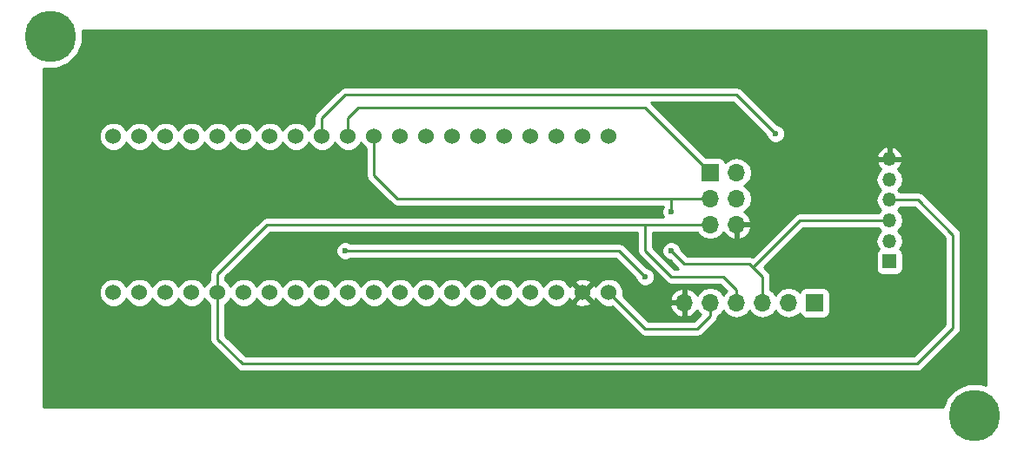
<source format=gbl>
G04 #@! TF.FileFunction,Copper,L2,Bot,Signal*
%FSLAX46Y46*%
G04 Gerber Fmt 4.6, Leading zero omitted, Abs format (unit mm)*
G04 Created by KiCad (PCBNEW 4.0.7-e1-6374~58~ubuntu16.04.1) date Mon Aug  7 21:59:43 2017*
%MOMM*%
%LPD*%
G01*
G04 APERTURE LIST*
%ADD10C,0.100000*%
%ADD11C,5.000000*%
%ADD12R,1.700000X1.700000*%
%ADD13O,1.700000X1.700000*%
%ADD14C,1.524000*%
%ADD15R,1.350000X1.350000*%
%ADD16O,1.350000X1.350000*%
%ADD17C,0.600000*%
%ADD18C,0.250000*%
%ADD19C,0.254000*%
G04 APERTURE END LIST*
D10*
D11*
X251750000Y-136750000D03*
D12*
X226060000Y-113030000D03*
D13*
X228600000Y-113030000D03*
X226060000Y-115570000D03*
X228600000Y-115570000D03*
X226060000Y-118110000D03*
X228600000Y-118110000D03*
D14*
X167915001Y-124735001D03*
X170455001Y-124735001D03*
X172995001Y-124735001D03*
X175535001Y-124735001D03*
X178075001Y-124735001D03*
X180615001Y-124735001D03*
X183155001Y-124735001D03*
X185695001Y-124735001D03*
X188235001Y-124735001D03*
X190775001Y-124735001D03*
X193315001Y-124735001D03*
X195855001Y-124735001D03*
X198395001Y-124735001D03*
X200935001Y-124735001D03*
X203475001Y-124735001D03*
X206015001Y-124735001D03*
X208555001Y-124735001D03*
X211095001Y-124735001D03*
X213635001Y-124735001D03*
X216175001Y-124735001D03*
X216175001Y-109495001D03*
X213635001Y-109495001D03*
X211095001Y-109495001D03*
X208555001Y-109495001D03*
X206015001Y-109495001D03*
X203475001Y-109495001D03*
X200935001Y-109495001D03*
X198395001Y-109495001D03*
X195855001Y-109495001D03*
X193315001Y-109495001D03*
X190775001Y-109495001D03*
X188235001Y-109495001D03*
X185695001Y-109495001D03*
X183155001Y-109495001D03*
X180615001Y-109495001D03*
X178075001Y-109495001D03*
X175535001Y-109495001D03*
X172995001Y-109495001D03*
X170455001Y-109495001D03*
X167915001Y-109495001D03*
D12*
X236220000Y-125730000D03*
D13*
X233680000Y-125730000D03*
X231140000Y-125730000D03*
X228600000Y-125730000D03*
X226060000Y-125730000D03*
X223520000Y-125730000D03*
D15*
X243500000Y-121700000D03*
D16*
X243500000Y-119700000D03*
X243500000Y-117700000D03*
X243500000Y-115700000D03*
X243500000Y-113700000D03*
X243500000Y-111700000D03*
D11*
X161750000Y-99750000D03*
D17*
X190500000Y-120650000D03*
X219710000Y-123190000D03*
X222250000Y-116840000D03*
X222250000Y-120650000D03*
X232410000Y-109220000D03*
D18*
X226060000Y-125730000D02*
X226060000Y-127000000D01*
X219710000Y-128270000D02*
X216175001Y-124735001D01*
X224790000Y-128270000D02*
X219710000Y-128270000D01*
X226060000Y-127000000D02*
X224790000Y-128270000D01*
X217170000Y-120650000D02*
X190500000Y-120650000D01*
X219710000Y-123190000D02*
X217170000Y-120650000D01*
X190775001Y-109495001D02*
X190775001Y-107674999D01*
X219710000Y-106680000D02*
X226060000Y-113030000D01*
X191770000Y-106680000D02*
X219710000Y-106680000D01*
X190775001Y-107674999D02*
X191770000Y-106680000D01*
X230225000Y-122275000D02*
X234800000Y-117700000D01*
X234800000Y-117700000D02*
X243500000Y-117700000D01*
X231140000Y-125730000D02*
X231140000Y-123190000D01*
X222250000Y-116840000D02*
X222250000Y-115570000D01*
X223520000Y-121920000D02*
X222250000Y-120650000D01*
X229870000Y-121920000D02*
X223520000Y-121920000D01*
X231140000Y-123190000D02*
X230225000Y-122275000D01*
X230225000Y-122275000D02*
X229870000Y-121920000D01*
X193315001Y-109495001D02*
X193315001Y-113305001D01*
X195580000Y-115570000D02*
X218440000Y-115570000D01*
X218440000Y-115570000D02*
X222250000Y-115570000D01*
X222250000Y-115570000D02*
X226060000Y-115570000D01*
X193315001Y-113305001D02*
X195580000Y-115570000D01*
X228600000Y-105410000D02*
X232410000Y-109220000D01*
X190500000Y-105410000D02*
X228600000Y-105410000D01*
X188235001Y-107674999D02*
X190500000Y-105410000D01*
X188235001Y-109495001D02*
X188235001Y-107674999D01*
X178075001Y-124735001D02*
X178075001Y-129275001D01*
X246300000Y-115700000D02*
X243500000Y-115700000D01*
X249700000Y-119100000D02*
X246300000Y-115700000D01*
X249700000Y-128200000D02*
X249700000Y-119100000D01*
X246200000Y-131700000D02*
X249700000Y-128200000D01*
X180500000Y-131700000D02*
X246200000Y-131700000D01*
X178075001Y-129275001D02*
X180500000Y-131700000D01*
X228600000Y-125730000D02*
X228600000Y-124460000D01*
X219710000Y-120650000D02*
X219710000Y-118110000D01*
X222250000Y-123190000D02*
X219710000Y-120650000D01*
X227330000Y-123190000D02*
X222250000Y-123190000D01*
X228600000Y-124460000D02*
X227330000Y-123190000D01*
X178075001Y-124735001D02*
X178075001Y-122914999D01*
X182880000Y-118110000D02*
X214630000Y-118110000D01*
X214630000Y-118110000D02*
X219710000Y-118110000D01*
X219710000Y-118110000D02*
X226060000Y-118110000D01*
X178075001Y-122914999D02*
X182880000Y-118110000D01*
D19*
G36*
X252873000Y-133821783D02*
X252376326Y-133615546D01*
X251129146Y-133614457D01*
X249976485Y-134090727D01*
X249093826Y-134971847D01*
X248719635Y-135873000D01*
X161127000Y-135873000D01*
X161127000Y-109771662D01*
X166517759Y-109771662D01*
X166729991Y-110285304D01*
X167122631Y-110678630D01*
X167635901Y-110891758D01*
X168191662Y-110892243D01*
X168705304Y-110680011D01*
X169098630Y-110287371D01*
X169184950Y-110079489D01*
X169269991Y-110285304D01*
X169662631Y-110678630D01*
X170175901Y-110891758D01*
X170731662Y-110892243D01*
X171245304Y-110680011D01*
X171638630Y-110287371D01*
X171724950Y-110079489D01*
X171809991Y-110285304D01*
X172202631Y-110678630D01*
X172715901Y-110891758D01*
X173271662Y-110892243D01*
X173785304Y-110680011D01*
X174178630Y-110287371D01*
X174264950Y-110079489D01*
X174349991Y-110285304D01*
X174742631Y-110678630D01*
X175255901Y-110891758D01*
X175811662Y-110892243D01*
X176325304Y-110680011D01*
X176718630Y-110287371D01*
X176804950Y-110079489D01*
X176889991Y-110285304D01*
X177282631Y-110678630D01*
X177795901Y-110891758D01*
X178351662Y-110892243D01*
X178865304Y-110680011D01*
X179258630Y-110287371D01*
X179344950Y-110079489D01*
X179429991Y-110285304D01*
X179822631Y-110678630D01*
X180335901Y-110891758D01*
X180891662Y-110892243D01*
X181405304Y-110680011D01*
X181798630Y-110287371D01*
X181884950Y-110079489D01*
X181969991Y-110285304D01*
X182362631Y-110678630D01*
X182875901Y-110891758D01*
X183431662Y-110892243D01*
X183945304Y-110680011D01*
X184338630Y-110287371D01*
X184424950Y-110079489D01*
X184509991Y-110285304D01*
X184902631Y-110678630D01*
X185415901Y-110891758D01*
X185971662Y-110892243D01*
X186485304Y-110680011D01*
X186878630Y-110287371D01*
X186964950Y-110079489D01*
X187049991Y-110285304D01*
X187442631Y-110678630D01*
X187955901Y-110891758D01*
X188511662Y-110892243D01*
X189025304Y-110680011D01*
X189418630Y-110287371D01*
X189504950Y-110079489D01*
X189589991Y-110285304D01*
X189982631Y-110678630D01*
X190495901Y-110891758D01*
X191051662Y-110892243D01*
X191565304Y-110680011D01*
X191958630Y-110287371D01*
X192044950Y-110079489D01*
X192129991Y-110285304D01*
X192522631Y-110678630D01*
X192555001Y-110692071D01*
X192555001Y-113305001D01*
X192612853Y-113595840D01*
X192777600Y-113842402D01*
X195042599Y-116107401D01*
X195289160Y-116272148D01*
X195580000Y-116330000D01*
X221449367Y-116330000D01*
X221315162Y-116653201D01*
X221314838Y-117025167D01*
X221449056Y-117350000D01*
X182880000Y-117350000D01*
X182589161Y-117407852D01*
X182342599Y-117572599D01*
X177537600Y-122377598D01*
X177372853Y-122624160D01*
X177315001Y-122914999D01*
X177315001Y-123537470D01*
X177284698Y-123549991D01*
X176891372Y-123942631D01*
X176805052Y-124150513D01*
X176720011Y-123944698D01*
X176327371Y-123551372D01*
X175814101Y-123338244D01*
X175258340Y-123337759D01*
X174744698Y-123549991D01*
X174351372Y-123942631D01*
X174265052Y-124150513D01*
X174180011Y-123944698D01*
X173787371Y-123551372D01*
X173274101Y-123338244D01*
X172718340Y-123337759D01*
X172204698Y-123549991D01*
X171811372Y-123942631D01*
X171725052Y-124150513D01*
X171640011Y-123944698D01*
X171247371Y-123551372D01*
X170734101Y-123338244D01*
X170178340Y-123337759D01*
X169664698Y-123549991D01*
X169271372Y-123942631D01*
X169185052Y-124150513D01*
X169100011Y-123944698D01*
X168707371Y-123551372D01*
X168194101Y-123338244D01*
X167638340Y-123337759D01*
X167124698Y-123549991D01*
X166731372Y-123942631D01*
X166518244Y-124455901D01*
X166517759Y-125011662D01*
X166729991Y-125525304D01*
X167122631Y-125918630D01*
X167635901Y-126131758D01*
X168191662Y-126132243D01*
X168705304Y-125920011D01*
X169098630Y-125527371D01*
X169184950Y-125319489D01*
X169269991Y-125525304D01*
X169662631Y-125918630D01*
X170175901Y-126131758D01*
X170731662Y-126132243D01*
X171245304Y-125920011D01*
X171638630Y-125527371D01*
X171724950Y-125319489D01*
X171809991Y-125525304D01*
X172202631Y-125918630D01*
X172715901Y-126131758D01*
X173271662Y-126132243D01*
X173785304Y-125920011D01*
X174178630Y-125527371D01*
X174264950Y-125319489D01*
X174349991Y-125525304D01*
X174742631Y-125918630D01*
X175255901Y-126131758D01*
X175811662Y-126132243D01*
X176325304Y-125920011D01*
X176718630Y-125527371D01*
X176804950Y-125319489D01*
X176889991Y-125525304D01*
X177282631Y-125918630D01*
X177315001Y-125932071D01*
X177315001Y-129275001D01*
X177372853Y-129565840D01*
X177537600Y-129812402D01*
X179962599Y-132237401D01*
X180209160Y-132402148D01*
X180257414Y-132411746D01*
X180500000Y-132460000D01*
X246200000Y-132460000D01*
X246490839Y-132402148D01*
X246737401Y-132237401D01*
X250237401Y-128737401D01*
X250402148Y-128490840D01*
X250411746Y-128442586D01*
X250460000Y-128200000D01*
X250460000Y-119100000D01*
X250402148Y-118809161D01*
X250237401Y-118562599D01*
X246837401Y-115162599D01*
X246590839Y-114997852D01*
X246300000Y-114940000D01*
X244563099Y-114940000D01*
X244451974Y-114773690D01*
X244341689Y-114700000D01*
X244451974Y-114626310D01*
X244735946Y-114201315D01*
X244835664Y-113700000D01*
X244735946Y-113198685D01*
X244451974Y-112773690D01*
X244334314Y-112695072D01*
X244629478Y-112363633D01*
X244767910Y-112029400D01*
X244644224Y-111827000D01*
X243627000Y-111827000D01*
X243627000Y-111847000D01*
X243373000Y-111847000D01*
X243373000Y-111827000D01*
X242355776Y-111827000D01*
X242232090Y-112029400D01*
X242370522Y-112363633D01*
X242665686Y-112695072D01*
X242548026Y-112773690D01*
X242264054Y-113198685D01*
X242164336Y-113700000D01*
X242264054Y-114201315D01*
X242548026Y-114626310D01*
X242658311Y-114700000D01*
X242548026Y-114773690D01*
X242264054Y-115198685D01*
X242164336Y-115700000D01*
X242264054Y-116201315D01*
X242548026Y-116626310D01*
X242658311Y-116700000D01*
X242548026Y-116773690D01*
X242436901Y-116940000D01*
X234800000Y-116940000D01*
X234509161Y-116997852D01*
X234262599Y-117162599D01*
X230188718Y-121236480D01*
X230160839Y-121217852D01*
X229870000Y-121160000D01*
X223834802Y-121160000D01*
X223185122Y-120510320D01*
X223185162Y-120464833D01*
X223043117Y-120121057D01*
X222780327Y-119857808D01*
X222436799Y-119715162D01*
X222064833Y-119714838D01*
X221721057Y-119856883D01*
X221457808Y-120119673D01*
X221315162Y-120463201D01*
X221314838Y-120835167D01*
X221456883Y-121178943D01*
X221719673Y-121442192D01*
X222063201Y-121584838D01*
X222110077Y-121584879D01*
X222955198Y-122430000D01*
X222564802Y-122430000D01*
X220470000Y-120335198D01*
X220470000Y-118870000D01*
X224787046Y-118870000D01*
X224980853Y-119160054D01*
X225462622Y-119481961D01*
X226030907Y-119595000D01*
X226089093Y-119595000D01*
X226657378Y-119481961D01*
X227139147Y-119160054D01*
X227328345Y-118876899D01*
X227328355Y-118876924D01*
X227718642Y-119305183D01*
X228243108Y-119551486D01*
X228473000Y-119430819D01*
X228473000Y-118237000D01*
X228727000Y-118237000D01*
X228727000Y-119430819D01*
X228956892Y-119551486D01*
X229481358Y-119305183D01*
X229871645Y-118876924D01*
X230041476Y-118466890D01*
X229920155Y-118237000D01*
X228727000Y-118237000D01*
X228473000Y-118237000D01*
X228453000Y-118237000D01*
X228453000Y-117983000D01*
X228473000Y-117983000D01*
X228473000Y-117963000D01*
X228727000Y-117963000D01*
X228727000Y-117983000D01*
X229920155Y-117983000D01*
X230041476Y-117753110D01*
X229871645Y-117343076D01*
X229481358Y-116914817D01*
X229338447Y-116847702D01*
X229679147Y-116620054D01*
X230001054Y-116138285D01*
X230114093Y-115570000D01*
X230001054Y-115001715D01*
X229679147Y-114519946D01*
X229349974Y-114300000D01*
X229679147Y-114080054D01*
X230001054Y-113598285D01*
X230114093Y-113030000D01*
X230001054Y-112461715D01*
X229679147Y-111979946D01*
X229197378Y-111658039D01*
X228629093Y-111545000D01*
X228570907Y-111545000D01*
X228002622Y-111658039D01*
X227520853Y-111979946D01*
X227520029Y-111981179D01*
X227513162Y-111944683D01*
X227374090Y-111728559D01*
X227161890Y-111583569D01*
X226910000Y-111532560D01*
X225637362Y-111532560D01*
X225475402Y-111370600D01*
X242232090Y-111370600D01*
X242355776Y-111573000D01*
X243373000Y-111573000D01*
X243373000Y-110554910D01*
X243627000Y-110554910D01*
X243627000Y-111573000D01*
X244644224Y-111573000D01*
X244767910Y-111370600D01*
X244629478Y-111036367D01*
X244289540Y-110654651D01*
X243829402Y-110432080D01*
X243627000Y-110554910D01*
X243373000Y-110554910D01*
X243170598Y-110432080D01*
X242710460Y-110654651D01*
X242370522Y-111036367D01*
X242232090Y-111370600D01*
X225475402Y-111370600D01*
X220274802Y-106170000D01*
X228285198Y-106170000D01*
X231474878Y-109359680D01*
X231474838Y-109405167D01*
X231616883Y-109748943D01*
X231879673Y-110012192D01*
X232223201Y-110154838D01*
X232595167Y-110155162D01*
X232938943Y-110013117D01*
X233202192Y-109750327D01*
X233344838Y-109406799D01*
X233345162Y-109034833D01*
X233203117Y-108691057D01*
X232940327Y-108427808D01*
X232596799Y-108285162D01*
X232549923Y-108285121D01*
X229137401Y-104872599D01*
X228890839Y-104707852D01*
X228600000Y-104650000D01*
X190500000Y-104650000D01*
X190209160Y-104707852D01*
X189962599Y-104872599D01*
X187697600Y-107137598D01*
X187532853Y-107384160D01*
X187475001Y-107674999D01*
X187475001Y-108297470D01*
X187444698Y-108309991D01*
X187051372Y-108702631D01*
X186965052Y-108910513D01*
X186880011Y-108704698D01*
X186487371Y-108311372D01*
X185974101Y-108098244D01*
X185418340Y-108097759D01*
X184904698Y-108309991D01*
X184511372Y-108702631D01*
X184425052Y-108910513D01*
X184340011Y-108704698D01*
X183947371Y-108311372D01*
X183434101Y-108098244D01*
X182878340Y-108097759D01*
X182364698Y-108309991D01*
X181971372Y-108702631D01*
X181885052Y-108910513D01*
X181800011Y-108704698D01*
X181407371Y-108311372D01*
X180894101Y-108098244D01*
X180338340Y-108097759D01*
X179824698Y-108309991D01*
X179431372Y-108702631D01*
X179345052Y-108910513D01*
X179260011Y-108704698D01*
X178867371Y-108311372D01*
X178354101Y-108098244D01*
X177798340Y-108097759D01*
X177284698Y-108309991D01*
X176891372Y-108702631D01*
X176805052Y-108910513D01*
X176720011Y-108704698D01*
X176327371Y-108311372D01*
X175814101Y-108098244D01*
X175258340Y-108097759D01*
X174744698Y-108309991D01*
X174351372Y-108702631D01*
X174265052Y-108910513D01*
X174180011Y-108704698D01*
X173787371Y-108311372D01*
X173274101Y-108098244D01*
X172718340Y-108097759D01*
X172204698Y-108309991D01*
X171811372Y-108702631D01*
X171725052Y-108910513D01*
X171640011Y-108704698D01*
X171247371Y-108311372D01*
X170734101Y-108098244D01*
X170178340Y-108097759D01*
X169664698Y-108309991D01*
X169271372Y-108702631D01*
X169185052Y-108910513D01*
X169100011Y-108704698D01*
X168707371Y-108311372D01*
X168194101Y-108098244D01*
X167638340Y-108097759D01*
X167124698Y-108309991D01*
X166731372Y-108702631D01*
X166518244Y-109215901D01*
X166517759Y-109771662D01*
X161127000Y-109771662D01*
X161127000Y-102884457D01*
X162370854Y-102885543D01*
X163523515Y-102409273D01*
X164406174Y-101528153D01*
X164884454Y-100376326D01*
X164885543Y-99129146D01*
X164884656Y-99127000D01*
X252873000Y-99127000D01*
X252873000Y-133821783D01*
X252873000Y-133821783D01*
G37*
X252873000Y-133821783D02*
X252376326Y-133615546D01*
X251129146Y-133614457D01*
X249976485Y-134090727D01*
X249093826Y-134971847D01*
X248719635Y-135873000D01*
X161127000Y-135873000D01*
X161127000Y-109771662D01*
X166517759Y-109771662D01*
X166729991Y-110285304D01*
X167122631Y-110678630D01*
X167635901Y-110891758D01*
X168191662Y-110892243D01*
X168705304Y-110680011D01*
X169098630Y-110287371D01*
X169184950Y-110079489D01*
X169269991Y-110285304D01*
X169662631Y-110678630D01*
X170175901Y-110891758D01*
X170731662Y-110892243D01*
X171245304Y-110680011D01*
X171638630Y-110287371D01*
X171724950Y-110079489D01*
X171809991Y-110285304D01*
X172202631Y-110678630D01*
X172715901Y-110891758D01*
X173271662Y-110892243D01*
X173785304Y-110680011D01*
X174178630Y-110287371D01*
X174264950Y-110079489D01*
X174349991Y-110285304D01*
X174742631Y-110678630D01*
X175255901Y-110891758D01*
X175811662Y-110892243D01*
X176325304Y-110680011D01*
X176718630Y-110287371D01*
X176804950Y-110079489D01*
X176889991Y-110285304D01*
X177282631Y-110678630D01*
X177795901Y-110891758D01*
X178351662Y-110892243D01*
X178865304Y-110680011D01*
X179258630Y-110287371D01*
X179344950Y-110079489D01*
X179429991Y-110285304D01*
X179822631Y-110678630D01*
X180335901Y-110891758D01*
X180891662Y-110892243D01*
X181405304Y-110680011D01*
X181798630Y-110287371D01*
X181884950Y-110079489D01*
X181969991Y-110285304D01*
X182362631Y-110678630D01*
X182875901Y-110891758D01*
X183431662Y-110892243D01*
X183945304Y-110680011D01*
X184338630Y-110287371D01*
X184424950Y-110079489D01*
X184509991Y-110285304D01*
X184902631Y-110678630D01*
X185415901Y-110891758D01*
X185971662Y-110892243D01*
X186485304Y-110680011D01*
X186878630Y-110287371D01*
X186964950Y-110079489D01*
X187049991Y-110285304D01*
X187442631Y-110678630D01*
X187955901Y-110891758D01*
X188511662Y-110892243D01*
X189025304Y-110680011D01*
X189418630Y-110287371D01*
X189504950Y-110079489D01*
X189589991Y-110285304D01*
X189982631Y-110678630D01*
X190495901Y-110891758D01*
X191051662Y-110892243D01*
X191565304Y-110680011D01*
X191958630Y-110287371D01*
X192044950Y-110079489D01*
X192129991Y-110285304D01*
X192522631Y-110678630D01*
X192555001Y-110692071D01*
X192555001Y-113305001D01*
X192612853Y-113595840D01*
X192777600Y-113842402D01*
X195042599Y-116107401D01*
X195289160Y-116272148D01*
X195580000Y-116330000D01*
X221449367Y-116330000D01*
X221315162Y-116653201D01*
X221314838Y-117025167D01*
X221449056Y-117350000D01*
X182880000Y-117350000D01*
X182589161Y-117407852D01*
X182342599Y-117572599D01*
X177537600Y-122377598D01*
X177372853Y-122624160D01*
X177315001Y-122914999D01*
X177315001Y-123537470D01*
X177284698Y-123549991D01*
X176891372Y-123942631D01*
X176805052Y-124150513D01*
X176720011Y-123944698D01*
X176327371Y-123551372D01*
X175814101Y-123338244D01*
X175258340Y-123337759D01*
X174744698Y-123549991D01*
X174351372Y-123942631D01*
X174265052Y-124150513D01*
X174180011Y-123944698D01*
X173787371Y-123551372D01*
X173274101Y-123338244D01*
X172718340Y-123337759D01*
X172204698Y-123549991D01*
X171811372Y-123942631D01*
X171725052Y-124150513D01*
X171640011Y-123944698D01*
X171247371Y-123551372D01*
X170734101Y-123338244D01*
X170178340Y-123337759D01*
X169664698Y-123549991D01*
X169271372Y-123942631D01*
X169185052Y-124150513D01*
X169100011Y-123944698D01*
X168707371Y-123551372D01*
X168194101Y-123338244D01*
X167638340Y-123337759D01*
X167124698Y-123549991D01*
X166731372Y-123942631D01*
X166518244Y-124455901D01*
X166517759Y-125011662D01*
X166729991Y-125525304D01*
X167122631Y-125918630D01*
X167635901Y-126131758D01*
X168191662Y-126132243D01*
X168705304Y-125920011D01*
X169098630Y-125527371D01*
X169184950Y-125319489D01*
X169269991Y-125525304D01*
X169662631Y-125918630D01*
X170175901Y-126131758D01*
X170731662Y-126132243D01*
X171245304Y-125920011D01*
X171638630Y-125527371D01*
X171724950Y-125319489D01*
X171809991Y-125525304D01*
X172202631Y-125918630D01*
X172715901Y-126131758D01*
X173271662Y-126132243D01*
X173785304Y-125920011D01*
X174178630Y-125527371D01*
X174264950Y-125319489D01*
X174349991Y-125525304D01*
X174742631Y-125918630D01*
X175255901Y-126131758D01*
X175811662Y-126132243D01*
X176325304Y-125920011D01*
X176718630Y-125527371D01*
X176804950Y-125319489D01*
X176889991Y-125525304D01*
X177282631Y-125918630D01*
X177315001Y-125932071D01*
X177315001Y-129275001D01*
X177372853Y-129565840D01*
X177537600Y-129812402D01*
X179962599Y-132237401D01*
X180209160Y-132402148D01*
X180257414Y-132411746D01*
X180500000Y-132460000D01*
X246200000Y-132460000D01*
X246490839Y-132402148D01*
X246737401Y-132237401D01*
X250237401Y-128737401D01*
X250402148Y-128490840D01*
X250411746Y-128442586D01*
X250460000Y-128200000D01*
X250460000Y-119100000D01*
X250402148Y-118809161D01*
X250237401Y-118562599D01*
X246837401Y-115162599D01*
X246590839Y-114997852D01*
X246300000Y-114940000D01*
X244563099Y-114940000D01*
X244451974Y-114773690D01*
X244341689Y-114700000D01*
X244451974Y-114626310D01*
X244735946Y-114201315D01*
X244835664Y-113700000D01*
X244735946Y-113198685D01*
X244451974Y-112773690D01*
X244334314Y-112695072D01*
X244629478Y-112363633D01*
X244767910Y-112029400D01*
X244644224Y-111827000D01*
X243627000Y-111827000D01*
X243627000Y-111847000D01*
X243373000Y-111847000D01*
X243373000Y-111827000D01*
X242355776Y-111827000D01*
X242232090Y-112029400D01*
X242370522Y-112363633D01*
X242665686Y-112695072D01*
X242548026Y-112773690D01*
X242264054Y-113198685D01*
X242164336Y-113700000D01*
X242264054Y-114201315D01*
X242548026Y-114626310D01*
X242658311Y-114700000D01*
X242548026Y-114773690D01*
X242264054Y-115198685D01*
X242164336Y-115700000D01*
X242264054Y-116201315D01*
X242548026Y-116626310D01*
X242658311Y-116700000D01*
X242548026Y-116773690D01*
X242436901Y-116940000D01*
X234800000Y-116940000D01*
X234509161Y-116997852D01*
X234262599Y-117162599D01*
X230188718Y-121236480D01*
X230160839Y-121217852D01*
X229870000Y-121160000D01*
X223834802Y-121160000D01*
X223185122Y-120510320D01*
X223185162Y-120464833D01*
X223043117Y-120121057D01*
X222780327Y-119857808D01*
X222436799Y-119715162D01*
X222064833Y-119714838D01*
X221721057Y-119856883D01*
X221457808Y-120119673D01*
X221315162Y-120463201D01*
X221314838Y-120835167D01*
X221456883Y-121178943D01*
X221719673Y-121442192D01*
X222063201Y-121584838D01*
X222110077Y-121584879D01*
X222955198Y-122430000D01*
X222564802Y-122430000D01*
X220470000Y-120335198D01*
X220470000Y-118870000D01*
X224787046Y-118870000D01*
X224980853Y-119160054D01*
X225462622Y-119481961D01*
X226030907Y-119595000D01*
X226089093Y-119595000D01*
X226657378Y-119481961D01*
X227139147Y-119160054D01*
X227328345Y-118876899D01*
X227328355Y-118876924D01*
X227718642Y-119305183D01*
X228243108Y-119551486D01*
X228473000Y-119430819D01*
X228473000Y-118237000D01*
X228727000Y-118237000D01*
X228727000Y-119430819D01*
X228956892Y-119551486D01*
X229481358Y-119305183D01*
X229871645Y-118876924D01*
X230041476Y-118466890D01*
X229920155Y-118237000D01*
X228727000Y-118237000D01*
X228473000Y-118237000D01*
X228453000Y-118237000D01*
X228453000Y-117983000D01*
X228473000Y-117983000D01*
X228473000Y-117963000D01*
X228727000Y-117963000D01*
X228727000Y-117983000D01*
X229920155Y-117983000D01*
X230041476Y-117753110D01*
X229871645Y-117343076D01*
X229481358Y-116914817D01*
X229338447Y-116847702D01*
X229679147Y-116620054D01*
X230001054Y-116138285D01*
X230114093Y-115570000D01*
X230001054Y-115001715D01*
X229679147Y-114519946D01*
X229349974Y-114300000D01*
X229679147Y-114080054D01*
X230001054Y-113598285D01*
X230114093Y-113030000D01*
X230001054Y-112461715D01*
X229679147Y-111979946D01*
X229197378Y-111658039D01*
X228629093Y-111545000D01*
X228570907Y-111545000D01*
X228002622Y-111658039D01*
X227520853Y-111979946D01*
X227520029Y-111981179D01*
X227513162Y-111944683D01*
X227374090Y-111728559D01*
X227161890Y-111583569D01*
X226910000Y-111532560D01*
X225637362Y-111532560D01*
X225475402Y-111370600D01*
X242232090Y-111370600D01*
X242355776Y-111573000D01*
X243373000Y-111573000D01*
X243373000Y-110554910D01*
X243627000Y-110554910D01*
X243627000Y-111573000D01*
X244644224Y-111573000D01*
X244767910Y-111370600D01*
X244629478Y-111036367D01*
X244289540Y-110654651D01*
X243829402Y-110432080D01*
X243627000Y-110554910D01*
X243373000Y-110554910D01*
X243170598Y-110432080D01*
X242710460Y-110654651D01*
X242370522Y-111036367D01*
X242232090Y-111370600D01*
X225475402Y-111370600D01*
X220274802Y-106170000D01*
X228285198Y-106170000D01*
X231474878Y-109359680D01*
X231474838Y-109405167D01*
X231616883Y-109748943D01*
X231879673Y-110012192D01*
X232223201Y-110154838D01*
X232595167Y-110155162D01*
X232938943Y-110013117D01*
X233202192Y-109750327D01*
X233344838Y-109406799D01*
X233345162Y-109034833D01*
X233203117Y-108691057D01*
X232940327Y-108427808D01*
X232596799Y-108285162D01*
X232549923Y-108285121D01*
X229137401Y-104872599D01*
X228890839Y-104707852D01*
X228600000Y-104650000D01*
X190500000Y-104650000D01*
X190209160Y-104707852D01*
X189962599Y-104872599D01*
X187697600Y-107137598D01*
X187532853Y-107384160D01*
X187475001Y-107674999D01*
X187475001Y-108297470D01*
X187444698Y-108309991D01*
X187051372Y-108702631D01*
X186965052Y-108910513D01*
X186880011Y-108704698D01*
X186487371Y-108311372D01*
X185974101Y-108098244D01*
X185418340Y-108097759D01*
X184904698Y-108309991D01*
X184511372Y-108702631D01*
X184425052Y-108910513D01*
X184340011Y-108704698D01*
X183947371Y-108311372D01*
X183434101Y-108098244D01*
X182878340Y-108097759D01*
X182364698Y-108309991D01*
X181971372Y-108702631D01*
X181885052Y-108910513D01*
X181800011Y-108704698D01*
X181407371Y-108311372D01*
X180894101Y-108098244D01*
X180338340Y-108097759D01*
X179824698Y-108309991D01*
X179431372Y-108702631D01*
X179345052Y-108910513D01*
X179260011Y-108704698D01*
X178867371Y-108311372D01*
X178354101Y-108098244D01*
X177798340Y-108097759D01*
X177284698Y-108309991D01*
X176891372Y-108702631D01*
X176805052Y-108910513D01*
X176720011Y-108704698D01*
X176327371Y-108311372D01*
X175814101Y-108098244D01*
X175258340Y-108097759D01*
X174744698Y-108309991D01*
X174351372Y-108702631D01*
X174265052Y-108910513D01*
X174180011Y-108704698D01*
X173787371Y-108311372D01*
X173274101Y-108098244D01*
X172718340Y-108097759D01*
X172204698Y-108309991D01*
X171811372Y-108702631D01*
X171725052Y-108910513D01*
X171640011Y-108704698D01*
X171247371Y-108311372D01*
X170734101Y-108098244D01*
X170178340Y-108097759D01*
X169664698Y-108309991D01*
X169271372Y-108702631D01*
X169185052Y-108910513D01*
X169100011Y-108704698D01*
X168707371Y-108311372D01*
X168194101Y-108098244D01*
X167638340Y-108097759D01*
X167124698Y-108309991D01*
X166731372Y-108702631D01*
X166518244Y-109215901D01*
X166517759Y-109771662D01*
X161127000Y-109771662D01*
X161127000Y-102884457D01*
X162370854Y-102885543D01*
X163523515Y-102409273D01*
X164406174Y-101528153D01*
X164884454Y-100376326D01*
X164885543Y-99129146D01*
X164884656Y-99127000D01*
X252873000Y-99127000D01*
X252873000Y-133821783D01*
G36*
X248940000Y-119414802D02*
X248940000Y-127885198D01*
X245885198Y-130940000D01*
X180814802Y-130940000D01*
X178835001Y-128960199D01*
X178835001Y-125932532D01*
X178865304Y-125920011D01*
X179258630Y-125527371D01*
X179344950Y-125319489D01*
X179429991Y-125525304D01*
X179822631Y-125918630D01*
X180335901Y-126131758D01*
X180891662Y-126132243D01*
X181405304Y-125920011D01*
X181798630Y-125527371D01*
X181884950Y-125319489D01*
X181969991Y-125525304D01*
X182362631Y-125918630D01*
X182875901Y-126131758D01*
X183431662Y-126132243D01*
X183945304Y-125920011D01*
X184338630Y-125527371D01*
X184424950Y-125319489D01*
X184509991Y-125525304D01*
X184902631Y-125918630D01*
X185415901Y-126131758D01*
X185971662Y-126132243D01*
X186485304Y-125920011D01*
X186878630Y-125527371D01*
X186964950Y-125319489D01*
X187049991Y-125525304D01*
X187442631Y-125918630D01*
X187955901Y-126131758D01*
X188511662Y-126132243D01*
X189025304Y-125920011D01*
X189418630Y-125527371D01*
X189504950Y-125319489D01*
X189589991Y-125525304D01*
X189982631Y-125918630D01*
X190495901Y-126131758D01*
X191051662Y-126132243D01*
X191565304Y-125920011D01*
X191958630Y-125527371D01*
X192044950Y-125319489D01*
X192129991Y-125525304D01*
X192522631Y-125918630D01*
X193035901Y-126131758D01*
X193591662Y-126132243D01*
X194105304Y-125920011D01*
X194498630Y-125527371D01*
X194584950Y-125319489D01*
X194669991Y-125525304D01*
X195062631Y-125918630D01*
X195575901Y-126131758D01*
X196131662Y-126132243D01*
X196645304Y-125920011D01*
X197038630Y-125527371D01*
X197124950Y-125319489D01*
X197209991Y-125525304D01*
X197602631Y-125918630D01*
X198115901Y-126131758D01*
X198671662Y-126132243D01*
X199185304Y-125920011D01*
X199578630Y-125527371D01*
X199664950Y-125319489D01*
X199749991Y-125525304D01*
X200142631Y-125918630D01*
X200655901Y-126131758D01*
X201211662Y-126132243D01*
X201725304Y-125920011D01*
X202118630Y-125527371D01*
X202204950Y-125319489D01*
X202289991Y-125525304D01*
X202682631Y-125918630D01*
X203195901Y-126131758D01*
X203751662Y-126132243D01*
X204265304Y-125920011D01*
X204658630Y-125527371D01*
X204744950Y-125319489D01*
X204829991Y-125525304D01*
X205222631Y-125918630D01*
X205735901Y-126131758D01*
X206291662Y-126132243D01*
X206805304Y-125920011D01*
X207198630Y-125527371D01*
X207284950Y-125319489D01*
X207369991Y-125525304D01*
X207762631Y-125918630D01*
X208275901Y-126131758D01*
X208831662Y-126132243D01*
X209345304Y-125920011D01*
X209738630Y-125527371D01*
X209824950Y-125319489D01*
X209909991Y-125525304D01*
X210302631Y-125918630D01*
X210815901Y-126131758D01*
X211371662Y-126132243D01*
X211885304Y-125920011D01*
X212090458Y-125715214D01*
X212834393Y-125715214D01*
X212903858Y-125957398D01*
X213427303Y-126144145D01*
X213982369Y-126116363D01*
X214366144Y-125957398D01*
X214435609Y-125715214D01*
X213635001Y-124914606D01*
X212834393Y-125715214D01*
X212090458Y-125715214D01*
X212278630Y-125527371D01*
X212358396Y-125335274D01*
X212412604Y-125466144D01*
X212654788Y-125535609D01*
X213455396Y-124735001D01*
X212654788Y-123934393D01*
X212412604Y-124003858D01*
X212362492Y-124144319D01*
X212280011Y-123944698D01*
X212090433Y-123754788D01*
X212834393Y-123754788D01*
X213635001Y-124555396D01*
X214435609Y-123754788D01*
X214366144Y-123512604D01*
X213842699Y-123325857D01*
X213287633Y-123353639D01*
X212903858Y-123512604D01*
X212834393Y-123754788D01*
X212090433Y-123754788D01*
X211887371Y-123551372D01*
X211374101Y-123338244D01*
X210818340Y-123337759D01*
X210304698Y-123549991D01*
X209911372Y-123942631D01*
X209825052Y-124150513D01*
X209740011Y-123944698D01*
X209347371Y-123551372D01*
X208834101Y-123338244D01*
X208278340Y-123337759D01*
X207764698Y-123549991D01*
X207371372Y-123942631D01*
X207285052Y-124150513D01*
X207200011Y-123944698D01*
X206807371Y-123551372D01*
X206294101Y-123338244D01*
X205738340Y-123337759D01*
X205224698Y-123549991D01*
X204831372Y-123942631D01*
X204745052Y-124150513D01*
X204660011Y-123944698D01*
X204267371Y-123551372D01*
X203754101Y-123338244D01*
X203198340Y-123337759D01*
X202684698Y-123549991D01*
X202291372Y-123942631D01*
X202205052Y-124150513D01*
X202120011Y-123944698D01*
X201727371Y-123551372D01*
X201214101Y-123338244D01*
X200658340Y-123337759D01*
X200144698Y-123549991D01*
X199751372Y-123942631D01*
X199665052Y-124150513D01*
X199580011Y-123944698D01*
X199187371Y-123551372D01*
X198674101Y-123338244D01*
X198118340Y-123337759D01*
X197604698Y-123549991D01*
X197211372Y-123942631D01*
X197125052Y-124150513D01*
X197040011Y-123944698D01*
X196647371Y-123551372D01*
X196134101Y-123338244D01*
X195578340Y-123337759D01*
X195064698Y-123549991D01*
X194671372Y-123942631D01*
X194585052Y-124150513D01*
X194500011Y-123944698D01*
X194107371Y-123551372D01*
X193594101Y-123338244D01*
X193038340Y-123337759D01*
X192524698Y-123549991D01*
X192131372Y-123942631D01*
X192045052Y-124150513D01*
X191960011Y-123944698D01*
X191567371Y-123551372D01*
X191054101Y-123338244D01*
X190498340Y-123337759D01*
X189984698Y-123549991D01*
X189591372Y-123942631D01*
X189505052Y-124150513D01*
X189420011Y-123944698D01*
X189027371Y-123551372D01*
X188514101Y-123338244D01*
X187958340Y-123337759D01*
X187444698Y-123549991D01*
X187051372Y-123942631D01*
X186965052Y-124150513D01*
X186880011Y-123944698D01*
X186487371Y-123551372D01*
X185974101Y-123338244D01*
X185418340Y-123337759D01*
X184904698Y-123549991D01*
X184511372Y-123942631D01*
X184425052Y-124150513D01*
X184340011Y-123944698D01*
X183947371Y-123551372D01*
X183434101Y-123338244D01*
X182878340Y-123337759D01*
X182364698Y-123549991D01*
X181971372Y-123942631D01*
X181885052Y-124150513D01*
X181800011Y-123944698D01*
X181407371Y-123551372D01*
X180894101Y-123338244D01*
X180338340Y-123337759D01*
X179824698Y-123549991D01*
X179431372Y-123942631D01*
X179345052Y-124150513D01*
X179260011Y-123944698D01*
X178867371Y-123551372D01*
X178835001Y-123537931D01*
X178835001Y-123229801D01*
X181229635Y-120835167D01*
X189564838Y-120835167D01*
X189706883Y-121178943D01*
X189969673Y-121442192D01*
X190313201Y-121584838D01*
X190685167Y-121585162D01*
X191028943Y-121443117D01*
X191062118Y-121410000D01*
X216855198Y-121410000D01*
X218774878Y-123329680D01*
X218774838Y-123375167D01*
X218916883Y-123718943D01*
X219179673Y-123982192D01*
X219523201Y-124124838D01*
X219895167Y-124125162D01*
X220238943Y-123983117D01*
X220502192Y-123720327D01*
X220644838Y-123376799D01*
X220645162Y-123004833D01*
X220503117Y-122661057D01*
X220240327Y-122397808D01*
X219896799Y-122255162D01*
X219849923Y-122255121D01*
X217707401Y-120112599D01*
X217460839Y-119947852D01*
X217170000Y-119890000D01*
X191062463Y-119890000D01*
X191030327Y-119857808D01*
X190686799Y-119715162D01*
X190314833Y-119714838D01*
X189971057Y-119856883D01*
X189707808Y-120119673D01*
X189565162Y-120463201D01*
X189564838Y-120835167D01*
X181229635Y-120835167D01*
X183194802Y-118870000D01*
X218950000Y-118870000D01*
X218950000Y-120650000D01*
X219007852Y-120940839D01*
X219172599Y-121187401D01*
X221712599Y-123727401D01*
X221959160Y-123892148D01*
X222007414Y-123901746D01*
X222250000Y-123950000D01*
X227015198Y-123950000D01*
X227649519Y-124584321D01*
X227549946Y-124650853D01*
X227330000Y-124980026D01*
X227110054Y-124650853D01*
X226628285Y-124328946D01*
X226060000Y-124215907D01*
X225491715Y-124328946D01*
X225009946Y-124650853D01*
X224782298Y-124991553D01*
X224715183Y-124848642D01*
X224286924Y-124458355D01*
X223876890Y-124288524D01*
X223647000Y-124409845D01*
X223647000Y-125603000D01*
X223667000Y-125603000D01*
X223667000Y-125857000D01*
X223647000Y-125857000D01*
X223647000Y-127050155D01*
X223876890Y-127171476D01*
X224286924Y-127001645D01*
X224715183Y-126611358D01*
X224782298Y-126468447D01*
X225009946Y-126809147D01*
X225109519Y-126875679D01*
X224475198Y-127510000D01*
X220024802Y-127510000D01*
X218601694Y-126086892D01*
X222078514Y-126086892D01*
X222324817Y-126611358D01*
X222753076Y-127001645D01*
X223163110Y-127171476D01*
X223393000Y-127050155D01*
X223393000Y-125857000D01*
X222199181Y-125857000D01*
X222078514Y-126086892D01*
X218601694Y-126086892D01*
X217887910Y-125373108D01*
X222078514Y-125373108D01*
X222199181Y-125603000D01*
X223393000Y-125603000D01*
X223393000Y-124409845D01*
X223163110Y-124288524D01*
X222753076Y-124458355D01*
X222324817Y-124848642D01*
X222078514Y-125373108D01*
X217887910Y-125373108D01*
X217559184Y-125044382D01*
X217571758Y-125014101D01*
X217572243Y-124458340D01*
X217360011Y-123944698D01*
X216967371Y-123551372D01*
X216454101Y-123338244D01*
X215898340Y-123337759D01*
X215384698Y-123549991D01*
X214991372Y-123942631D01*
X214911606Y-124134728D01*
X214857398Y-124003858D01*
X214615214Y-123934393D01*
X213814606Y-124735001D01*
X214615214Y-125535609D01*
X214857398Y-125466144D01*
X214907510Y-125325683D01*
X214989991Y-125525304D01*
X215382631Y-125918630D01*
X215895901Y-126131758D01*
X216451662Y-126132243D01*
X216484056Y-126118858D01*
X219172599Y-128807401D01*
X219419161Y-128972148D01*
X219710000Y-129030000D01*
X224790000Y-129030000D01*
X225080839Y-128972148D01*
X225327401Y-128807401D01*
X226597401Y-127537401D01*
X226762148Y-127290840D01*
X226819322Y-127003407D01*
X227110054Y-126809147D01*
X227330000Y-126479974D01*
X227549946Y-126809147D01*
X228031715Y-127131054D01*
X228600000Y-127244093D01*
X229168285Y-127131054D01*
X229650054Y-126809147D01*
X229870000Y-126479974D01*
X230089946Y-126809147D01*
X230571715Y-127131054D01*
X231140000Y-127244093D01*
X231708285Y-127131054D01*
X232190054Y-126809147D01*
X232410000Y-126479974D01*
X232629946Y-126809147D01*
X233111715Y-127131054D01*
X233680000Y-127244093D01*
X234248285Y-127131054D01*
X234730054Y-126809147D01*
X234757850Y-126767548D01*
X234766838Y-126815317D01*
X234905910Y-127031441D01*
X235118110Y-127176431D01*
X235370000Y-127227440D01*
X237070000Y-127227440D01*
X237305317Y-127183162D01*
X237521441Y-127044090D01*
X237666431Y-126831890D01*
X237717440Y-126580000D01*
X237717440Y-124880000D01*
X237673162Y-124644683D01*
X237534090Y-124428559D01*
X237321890Y-124283569D01*
X237070000Y-124232560D01*
X235370000Y-124232560D01*
X235134683Y-124276838D01*
X234918559Y-124415910D01*
X234773569Y-124628110D01*
X234759914Y-124695541D01*
X234730054Y-124650853D01*
X234248285Y-124328946D01*
X233680000Y-124215907D01*
X233111715Y-124328946D01*
X232629946Y-124650853D01*
X232410000Y-124980026D01*
X232190054Y-124650853D01*
X231900000Y-124457046D01*
X231900000Y-123190000D01*
X231851746Y-122947414D01*
X231842148Y-122899160D01*
X231677401Y-122652599D01*
X231299802Y-122275000D01*
X235114802Y-118460000D01*
X242436901Y-118460000D01*
X242548026Y-118626310D01*
X242658311Y-118700000D01*
X242548026Y-118773690D01*
X242264054Y-119198685D01*
X242164336Y-119700000D01*
X242264054Y-120201315D01*
X242465008Y-120502064D01*
X242373559Y-120560910D01*
X242228569Y-120773110D01*
X242177560Y-121025000D01*
X242177560Y-122375000D01*
X242221838Y-122610317D01*
X242360910Y-122826441D01*
X242573110Y-122971431D01*
X242825000Y-123022440D01*
X244175000Y-123022440D01*
X244410317Y-122978162D01*
X244626441Y-122839090D01*
X244771431Y-122626890D01*
X244822440Y-122375000D01*
X244822440Y-121025000D01*
X244778162Y-120789683D01*
X244639090Y-120573559D01*
X244534823Y-120502317D01*
X244735946Y-120201315D01*
X244835664Y-119700000D01*
X244735946Y-119198685D01*
X244451974Y-118773690D01*
X244341689Y-118700000D01*
X244451974Y-118626310D01*
X244735946Y-118201315D01*
X244835664Y-117700000D01*
X244735946Y-117198685D01*
X244451974Y-116773690D01*
X244341689Y-116700000D01*
X244451974Y-116626310D01*
X244563099Y-116460000D01*
X245985198Y-116460000D01*
X248940000Y-119414802D01*
X248940000Y-119414802D01*
G37*
X248940000Y-119414802D02*
X248940000Y-127885198D01*
X245885198Y-130940000D01*
X180814802Y-130940000D01*
X178835001Y-128960199D01*
X178835001Y-125932532D01*
X178865304Y-125920011D01*
X179258630Y-125527371D01*
X179344950Y-125319489D01*
X179429991Y-125525304D01*
X179822631Y-125918630D01*
X180335901Y-126131758D01*
X180891662Y-126132243D01*
X181405304Y-125920011D01*
X181798630Y-125527371D01*
X181884950Y-125319489D01*
X181969991Y-125525304D01*
X182362631Y-125918630D01*
X182875901Y-126131758D01*
X183431662Y-126132243D01*
X183945304Y-125920011D01*
X184338630Y-125527371D01*
X184424950Y-125319489D01*
X184509991Y-125525304D01*
X184902631Y-125918630D01*
X185415901Y-126131758D01*
X185971662Y-126132243D01*
X186485304Y-125920011D01*
X186878630Y-125527371D01*
X186964950Y-125319489D01*
X187049991Y-125525304D01*
X187442631Y-125918630D01*
X187955901Y-126131758D01*
X188511662Y-126132243D01*
X189025304Y-125920011D01*
X189418630Y-125527371D01*
X189504950Y-125319489D01*
X189589991Y-125525304D01*
X189982631Y-125918630D01*
X190495901Y-126131758D01*
X191051662Y-126132243D01*
X191565304Y-125920011D01*
X191958630Y-125527371D01*
X192044950Y-125319489D01*
X192129991Y-125525304D01*
X192522631Y-125918630D01*
X193035901Y-126131758D01*
X193591662Y-126132243D01*
X194105304Y-125920011D01*
X194498630Y-125527371D01*
X194584950Y-125319489D01*
X194669991Y-125525304D01*
X195062631Y-125918630D01*
X195575901Y-126131758D01*
X196131662Y-126132243D01*
X196645304Y-125920011D01*
X197038630Y-125527371D01*
X197124950Y-125319489D01*
X197209991Y-125525304D01*
X197602631Y-125918630D01*
X198115901Y-126131758D01*
X198671662Y-126132243D01*
X199185304Y-125920011D01*
X199578630Y-125527371D01*
X199664950Y-125319489D01*
X199749991Y-125525304D01*
X200142631Y-125918630D01*
X200655901Y-126131758D01*
X201211662Y-126132243D01*
X201725304Y-125920011D01*
X202118630Y-125527371D01*
X202204950Y-125319489D01*
X202289991Y-125525304D01*
X202682631Y-125918630D01*
X203195901Y-126131758D01*
X203751662Y-126132243D01*
X204265304Y-125920011D01*
X204658630Y-125527371D01*
X204744950Y-125319489D01*
X204829991Y-125525304D01*
X205222631Y-125918630D01*
X205735901Y-126131758D01*
X206291662Y-126132243D01*
X206805304Y-125920011D01*
X207198630Y-125527371D01*
X207284950Y-125319489D01*
X207369991Y-125525304D01*
X207762631Y-125918630D01*
X208275901Y-126131758D01*
X208831662Y-126132243D01*
X209345304Y-125920011D01*
X209738630Y-125527371D01*
X209824950Y-125319489D01*
X209909991Y-125525304D01*
X210302631Y-125918630D01*
X210815901Y-126131758D01*
X211371662Y-126132243D01*
X211885304Y-125920011D01*
X212090458Y-125715214D01*
X212834393Y-125715214D01*
X212903858Y-125957398D01*
X213427303Y-126144145D01*
X213982369Y-126116363D01*
X214366144Y-125957398D01*
X214435609Y-125715214D01*
X213635001Y-124914606D01*
X212834393Y-125715214D01*
X212090458Y-125715214D01*
X212278630Y-125527371D01*
X212358396Y-125335274D01*
X212412604Y-125466144D01*
X212654788Y-125535609D01*
X213455396Y-124735001D01*
X212654788Y-123934393D01*
X212412604Y-124003858D01*
X212362492Y-124144319D01*
X212280011Y-123944698D01*
X212090433Y-123754788D01*
X212834393Y-123754788D01*
X213635001Y-124555396D01*
X214435609Y-123754788D01*
X214366144Y-123512604D01*
X213842699Y-123325857D01*
X213287633Y-123353639D01*
X212903858Y-123512604D01*
X212834393Y-123754788D01*
X212090433Y-123754788D01*
X211887371Y-123551372D01*
X211374101Y-123338244D01*
X210818340Y-123337759D01*
X210304698Y-123549991D01*
X209911372Y-123942631D01*
X209825052Y-124150513D01*
X209740011Y-123944698D01*
X209347371Y-123551372D01*
X208834101Y-123338244D01*
X208278340Y-123337759D01*
X207764698Y-123549991D01*
X207371372Y-123942631D01*
X207285052Y-124150513D01*
X207200011Y-123944698D01*
X206807371Y-123551372D01*
X206294101Y-123338244D01*
X205738340Y-123337759D01*
X205224698Y-123549991D01*
X204831372Y-123942631D01*
X204745052Y-124150513D01*
X204660011Y-123944698D01*
X204267371Y-123551372D01*
X203754101Y-123338244D01*
X203198340Y-123337759D01*
X202684698Y-123549991D01*
X202291372Y-123942631D01*
X202205052Y-124150513D01*
X202120011Y-123944698D01*
X201727371Y-123551372D01*
X201214101Y-123338244D01*
X200658340Y-123337759D01*
X200144698Y-123549991D01*
X199751372Y-123942631D01*
X199665052Y-124150513D01*
X199580011Y-123944698D01*
X199187371Y-123551372D01*
X198674101Y-123338244D01*
X198118340Y-123337759D01*
X197604698Y-123549991D01*
X197211372Y-123942631D01*
X197125052Y-124150513D01*
X197040011Y-123944698D01*
X196647371Y-123551372D01*
X196134101Y-123338244D01*
X195578340Y-123337759D01*
X195064698Y-123549991D01*
X194671372Y-123942631D01*
X194585052Y-124150513D01*
X194500011Y-123944698D01*
X194107371Y-123551372D01*
X193594101Y-123338244D01*
X193038340Y-123337759D01*
X192524698Y-123549991D01*
X192131372Y-123942631D01*
X192045052Y-124150513D01*
X191960011Y-123944698D01*
X191567371Y-123551372D01*
X191054101Y-123338244D01*
X190498340Y-123337759D01*
X189984698Y-123549991D01*
X189591372Y-123942631D01*
X189505052Y-124150513D01*
X189420011Y-123944698D01*
X189027371Y-123551372D01*
X188514101Y-123338244D01*
X187958340Y-123337759D01*
X187444698Y-123549991D01*
X187051372Y-123942631D01*
X186965052Y-124150513D01*
X186880011Y-123944698D01*
X186487371Y-123551372D01*
X185974101Y-123338244D01*
X185418340Y-123337759D01*
X184904698Y-123549991D01*
X184511372Y-123942631D01*
X184425052Y-124150513D01*
X184340011Y-123944698D01*
X183947371Y-123551372D01*
X183434101Y-123338244D01*
X182878340Y-123337759D01*
X182364698Y-123549991D01*
X181971372Y-123942631D01*
X181885052Y-124150513D01*
X181800011Y-123944698D01*
X181407371Y-123551372D01*
X180894101Y-123338244D01*
X180338340Y-123337759D01*
X179824698Y-123549991D01*
X179431372Y-123942631D01*
X179345052Y-124150513D01*
X179260011Y-123944698D01*
X178867371Y-123551372D01*
X178835001Y-123537931D01*
X178835001Y-123229801D01*
X181229635Y-120835167D01*
X189564838Y-120835167D01*
X189706883Y-121178943D01*
X189969673Y-121442192D01*
X190313201Y-121584838D01*
X190685167Y-121585162D01*
X191028943Y-121443117D01*
X191062118Y-121410000D01*
X216855198Y-121410000D01*
X218774878Y-123329680D01*
X218774838Y-123375167D01*
X218916883Y-123718943D01*
X219179673Y-123982192D01*
X219523201Y-124124838D01*
X219895167Y-124125162D01*
X220238943Y-123983117D01*
X220502192Y-123720327D01*
X220644838Y-123376799D01*
X220645162Y-123004833D01*
X220503117Y-122661057D01*
X220240327Y-122397808D01*
X219896799Y-122255162D01*
X219849923Y-122255121D01*
X217707401Y-120112599D01*
X217460839Y-119947852D01*
X217170000Y-119890000D01*
X191062463Y-119890000D01*
X191030327Y-119857808D01*
X190686799Y-119715162D01*
X190314833Y-119714838D01*
X189971057Y-119856883D01*
X189707808Y-120119673D01*
X189565162Y-120463201D01*
X189564838Y-120835167D01*
X181229635Y-120835167D01*
X183194802Y-118870000D01*
X218950000Y-118870000D01*
X218950000Y-120650000D01*
X219007852Y-120940839D01*
X219172599Y-121187401D01*
X221712599Y-123727401D01*
X221959160Y-123892148D01*
X222007414Y-123901746D01*
X222250000Y-123950000D01*
X227015198Y-123950000D01*
X227649519Y-124584321D01*
X227549946Y-124650853D01*
X227330000Y-124980026D01*
X227110054Y-124650853D01*
X226628285Y-124328946D01*
X226060000Y-124215907D01*
X225491715Y-124328946D01*
X225009946Y-124650853D01*
X224782298Y-124991553D01*
X224715183Y-124848642D01*
X224286924Y-124458355D01*
X223876890Y-124288524D01*
X223647000Y-124409845D01*
X223647000Y-125603000D01*
X223667000Y-125603000D01*
X223667000Y-125857000D01*
X223647000Y-125857000D01*
X223647000Y-127050155D01*
X223876890Y-127171476D01*
X224286924Y-127001645D01*
X224715183Y-126611358D01*
X224782298Y-126468447D01*
X225009946Y-126809147D01*
X225109519Y-126875679D01*
X224475198Y-127510000D01*
X220024802Y-127510000D01*
X218601694Y-126086892D01*
X222078514Y-126086892D01*
X222324817Y-126611358D01*
X222753076Y-127001645D01*
X223163110Y-127171476D01*
X223393000Y-127050155D01*
X223393000Y-125857000D01*
X222199181Y-125857000D01*
X222078514Y-126086892D01*
X218601694Y-126086892D01*
X217887910Y-125373108D01*
X222078514Y-125373108D01*
X222199181Y-125603000D01*
X223393000Y-125603000D01*
X223393000Y-124409845D01*
X223163110Y-124288524D01*
X222753076Y-124458355D01*
X222324817Y-124848642D01*
X222078514Y-125373108D01*
X217887910Y-125373108D01*
X217559184Y-125044382D01*
X217571758Y-125014101D01*
X217572243Y-124458340D01*
X217360011Y-123944698D01*
X216967371Y-123551372D01*
X216454101Y-123338244D01*
X215898340Y-123337759D01*
X215384698Y-123549991D01*
X214991372Y-123942631D01*
X214911606Y-124134728D01*
X214857398Y-124003858D01*
X214615214Y-123934393D01*
X213814606Y-124735001D01*
X214615214Y-125535609D01*
X214857398Y-125466144D01*
X214907510Y-125325683D01*
X214989991Y-125525304D01*
X215382631Y-125918630D01*
X215895901Y-126131758D01*
X216451662Y-126132243D01*
X216484056Y-126118858D01*
X219172599Y-128807401D01*
X219419161Y-128972148D01*
X219710000Y-129030000D01*
X224790000Y-129030000D01*
X225080839Y-128972148D01*
X225327401Y-128807401D01*
X226597401Y-127537401D01*
X226762148Y-127290840D01*
X226819322Y-127003407D01*
X227110054Y-126809147D01*
X227330000Y-126479974D01*
X227549946Y-126809147D01*
X228031715Y-127131054D01*
X228600000Y-127244093D01*
X229168285Y-127131054D01*
X229650054Y-126809147D01*
X229870000Y-126479974D01*
X230089946Y-126809147D01*
X230571715Y-127131054D01*
X231140000Y-127244093D01*
X231708285Y-127131054D01*
X232190054Y-126809147D01*
X232410000Y-126479974D01*
X232629946Y-126809147D01*
X233111715Y-127131054D01*
X233680000Y-127244093D01*
X234248285Y-127131054D01*
X234730054Y-126809147D01*
X234757850Y-126767548D01*
X234766838Y-126815317D01*
X234905910Y-127031441D01*
X235118110Y-127176431D01*
X235370000Y-127227440D01*
X237070000Y-127227440D01*
X237305317Y-127183162D01*
X237521441Y-127044090D01*
X237666431Y-126831890D01*
X237717440Y-126580000D01*
X237717440Y-124880000D01*
X237673162Y-124644683D01*
X237534090Y-124428559D01*
X237321890Y-124283569D01*
X237070000Y-124232560D01*
X235370000Y-124232560D01*
X235134683Y-124276838D01*
X234918559Y-124415910D01*
X234773569Y-124628110D01*
X234759914Y-124695541D01*
X234730054Y-124650853D01*
X234248285Y-124328946D01*
X233680000Y-124215907D01*
X233111715Y-124328946D01*
X232629946Y-124650853D01*
X232410000Y-124980026D01*
X232190054Y-124650853D01*
X231900000Y-124457046D01*
X231900000Y-123190000D01*
X231851746Y-122947414D01*
X231842148Y-122899160D01*
X231677401Y-122652599D01*
X231299802Y-122275000D01*
X235114802Y-118460000D01*
X242436901Y-118460000D01*
X242548026Y-118626310D01*
X242658311Y-118700000D01*
X242548026Y-118773690D01*
X242264054Y-119198685D01*
X242164336Y-119700000D01*
X242264054Y-120201315D01*
X242465008Y-120502064D01*
X242373559Y-120560910D01*
X242228569Y-120773110D01*
X242177560Y-121025000D01*
X242177560Y-122375000D01*
X242221838Y-122610317D01*
X242360910Y-122826441D01*
X242573110Y-122971431D01*
X242825000Y-123022440D01*
X244175000Y-123022440D01*
X244410317Y-122978162D01*
X244626441Y-122839090D01*
X244771431Y-122626890D01*
X244822440Y-122375000D01*
X244822440Y-121025000D01*
X244778162Y-120789683D01*
X244639090Y-120573559D01*
X244534823Y-120502317D01*
X244735946Y-120201315D01*
X244835664Y-119700000D01*
X244735946Y-119198685D01*
X244451974Y-118773690D01*
X244341689Y-118700000D01*
X244451974Y-118626310D01*
X244735946Y-118201315D01*
X244835664Y-117700000D01*
X244735946Y-117198685D01*
X244451974Y-116773690D01*
X244341689Y-116700000D01*
X244451974Y-116626310D01*
X244563099Y-116460000D01*
X245985198Y-116460000D01*
X248940000Y-119414802D01*
M02*

</source>
